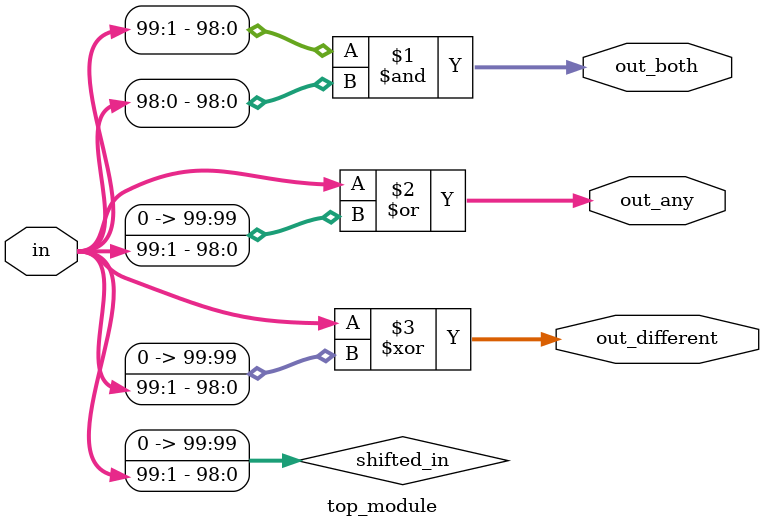
<source format=sv>
module top_module (
    input [99:0] in,
    output [98:0] out_both,
    output [99:0] out_any,
    output [99:0] out_different
);

    // Declare the shifted input signal
    wire [99:0] shifted_in;

    // Shift input vector by one position to the right
    assign shifted_in = {1'b0, in[99:1]};
    
    // Generate the out_both signal using bit-wise AND 
    assign out_both = in[99:1] & in[98:0];
    
    // Generate the out_any signal using bit-wise OR
    assign out_any = in | shifted_in;

    // Generate the out_different signal using bit-wise XOR with the first bit being handled separately
    assign out_different = in ^ shifted_in;

endmodule

</source>
